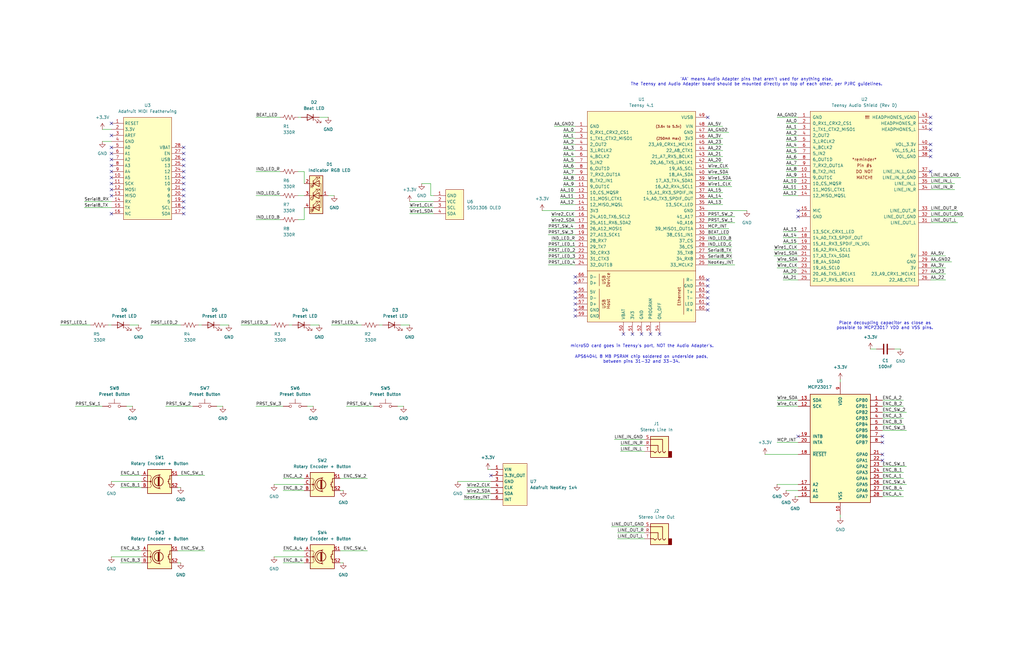
<source format=kicad_sch>
(kicad_sch (version 20250114) (generator "eeschema") (generator_version "9.0")
  (paper "B")
  (title_block (title "MicroLoop") (rev "Rev A"))
  (lib_symbols
    (symbol "Connector_Audio:AudioJack3"
      (property "Reference" "J" (at 0 8.89 0))
      (property "Value" "AudioJack3" (at 0 6.35 0))
      (symbol "AudioJack3_1_1"
        (pin passive line (at 5.08 2.54 180) (length 2.54) (name "~") (number "S"))
        (pin passive line (at 5.08 0 180) (length 2.54) (name "~") (number "R"))
        (pin passive line (at 5.08 -2.54 180) (length 2.54) (name "~") (number "T"))
      )
    )
    (symbol "Device:C" (pin_numbers (hide yes)) (pin_names (offset 0.254))
      (property "Reference" "C" (at 0.635 2.54 0))
      (property "Value" "C" (at 0.635 -2.54 0))
      (symbol "C_1_1"
        (pin passive line (at 0 3.81 270) (length 2.794) (name "~") (number "1"))
        (pin passive line (at 0 -3.81 90) (length 2.794) (name "~") (number "2"))
      )
    )
    (symbol "Device:LED" (pin_numbers (hide yes)) (pin_names (offset 1.016) (hide yes))
      (property "Reference" "D" (at 0 2.54 0))
      (property "Value" "LED" (at 0 -2.54 0))
      (symbol "LED_1_1"
        (pin passive line (at -3.81 0 0) (length 2.54) (name "K") (number "1"))
        (pin passive line (at 3.81 0 180) (length 2.54) (name "A") (number "2"))
      )
    )
    (symbol "Device:LED_ARGB" (pin_names (offset 0) (hide yes))
      (property "Reference" "D" (at 0 9.398 0))
      (property "Value" "LED_ARGB" (at 0 -8.89 0))
      (symbol "LED_ARGB_0_0"
        (text "R" (at -1.905 3.81 0) (effects (font (size 1.27 1.27))))
        (text "G" (at -1.905 -1.27 0) (effects (font (size 1.27 1.27))))
        (text "B" (at -1.905 -6.35 0) (effects (font (size 1.27 1.27))))
      )
      (symbol "LED_ARGB_1_1"
        (pin passive line (at -5.08 5.08 0) (length 2.54) (name "RK") (number "2"))
        (pin passive line (at -5.08 0 0) (length 2.54) (name "GK") (number "3"))
        (pin passive line (at -5.08 -5.08 0) (length 2.54) (name "BK") (number "4"))
        (pin passive line (at 5.08 0 180) (length 2.54) (name "A") (number "1"))
      )
    )
    (symbol "Device:R_US" (pin_numbers (hide yes)) (pin_names (offset 0))
      (property "Reference" "R" (at 2.54 0 90))
      (property "Value" "R_US" (at -2.54 0 90))
      (symbol "R_US_1_1"
        (pin passive line (at 0 3.81 270) (length 1.27) (name "~") (number "1"))
        (pin passive line (at 0 -3.81 90) (length 1.27) (name "~") (number "2"))
      )
    )
    (symbol "Device:RotaryEncoder_Switch" (pin_names (offset 0.254) (hide yes))
      (property "Reference" "SW" (at 0 6.604 0))
      (property "Value" "RotaryEncoder_Switch" (at 0 -6.604 0))
      (symbol "RotaryEncoder_Switch_1_1"
        (pin passive line (at -7.62 2.54 0) (length 2.54) (name "A") (number "A"))
        (pin passive line (at -7.62 0 0) (length 2.54) (name "C") (number "C"))
        (pin passive line (at -7.62 -2.54 0) (length 2.54) (name "B") (number "B"))
        (pin passive line (at 7.62 2.54 180) (length 2.54) (name "S1") (number "S1"))
        (pin passive line (at 7.62 -2.54 180) (length 2.54) (name "S2") (number "S2"))
      )
    )
    (symbol "Interface_Expansion:MCP23017_SO" (pin_names (offset 1.016))
      (property "Reference" "U5" (at -9.906 27.432 0))
      (property "Value" "MCP23017_SO" (at -9.906 24.892 0))
      (symbol "MCP23017_SO_1_1"
        (pin bidirectional line (at -17.78 20.32 0) (length 5.08) (name "SDA") (number "13"))
        (pin input line (at -17.78 17.78 0) (length 5.08) (name "SCK") (number "12"))
        (pin tri_state line (at -17.78 5.08 0) (length 5.08) (name "INTB") (number "19"))
        (pin tri_state line (at -17.78 2.54 0) (length 5.08) (name "INTA") (number "20"))
        (pin input line (at -17.78 -2.54 0) (length 5.08) (name "~{RESET}") (number "18"))
        (pin input line (at -17.78 -15.24 0) (length 5.08) (name "A2") (number "17"))
        (pin input line (at -17.78 -17.78 0) (length 5.08) (name "A1") (number "16"))
        (pin input line (at -17.78 -20.32 0) (length 5.08) (name "A0") (number "15"))
        (pin no_connect line (at -12.7 15.24 0) (length 5.08) (hide yes) (name "NC") (number "11"))
        (pin no_connect line (at -12.7 12.7 0) (length 5.08) (hide yes) (name "NC") (number "14"))
        (pin power_in line (at 0 27.94 270) (length 5.08) (name "VDD") (number "9"))
        (pin power_in line (at 0 -27.94 90) (length 5.08) (name "VSS") (number "10"))
        (pin bidirectional line (at 17.78 20.32 180) (length 5.08) (name "GPB0") (number "1"))
        (pin bidirectional line (at 17.78 17.78 180) (length 5.08) (name "GPB1") (number "2"))
        (pin bidirectional line (at 17.78 15.24 180) (length 5.08) (name "GPB2") (number "3"))
        (pin bidirectional line (at 17.78 12.7 180) (length 5.08) (name "GPB3") (number "4"))
        (pin bidirectional line (at 17.78 10.16 180) (length 5.08) (name "GPB4") (number "5"))
        (pin bidirectional line (at 17.78 7.62 180) (length 5.08) (name "GPB5") (number "6"))
        (pin bidirectional line (at 17.78 5.08 180) (length 5.08) (name "GPB6") (number "7"))
        (pin output line (at 17.78 2.54 180) (length 5.08) (name "GPB7") (number "8"))
        (pin bidirectional line (at 17.78 -2.54 180) (length 5.08) (name "GPA0") (number "21"))
        (pin bidirectional line (at 17.78 -5.08 180) (length 5.08) (name "GPA1") (number "22"))
        (pin bidirectional line (at 17.78 -7.62 180) (length 5.08) (name "GPA2") (number "23"))
        (pin bidirectional line (at 17.78 -10.16 180) (length 5.08) (name "GPA3") (number "24"))
        (pin bidirectional line (at 17.78 -12.7 180) (length 5.08) (name "GPA4") (number "25"))
        (pin bidirectional line (at 17.78 -15.24 180) (length 5.08) (name "GPA5") (number "26"))
        (pin bidirectional line (at 17.78 -17.78 180) (length 5.08) (name "GPA6") (number "27"))
        (pin output line (at 17.78 -20.32 180) (length 5.08) (name "GPA7") (number "28"))
      )
    )
    (symbol "Switch:SW_Push" (pin_numbers (hide yes)) (pin_names (offset 1.016) (hide yes))
      (property "Reference" "SW" (at 1.27 2.54 0))
      (property "Value" "SW_Push" (at 0 -1.524 0))
      (symbol "SW_Push_0_1"
        (pin passive line (at -5.08 0 0) (length 2.54) (name "1") (number "1"))
        (pin passive line (at 5.08 0 180) (length 2.54) (name "2") (number "2"))
      )
    )
    (symbol "microloop_symbols:Teensy4.0_AudioShield_REVD" (pin_names (offset 1.016))
      (property "Reference" "U" (at 0 42.926 0))
      (property "Value" "Teensy Audio Shield (Rev D)" (at 0 39.624 0))
      (symbol "Teensy4.0_AudioShield_REVD_0_0"
        (text "*reminder*" (at 0 16.51 0) (effects (font (size 1.27 1.27))))
        (text "Pin #s" (at 0 13.97 0) (effects (font (size 1.27 1.27))))
        (text "DO NOT" (at 0 11.43 0) (effects (font (size 1.27 1.27))))
        (text "MATCH!" (at 0 8.89 0) (effects (font (size 1.27 1.27))))
        (text "!!!" (at 1.27 34.29 0) (effects (font (size 1.27 1.27))))
        (pin bidirectional line (at -27.94 24.13 0) (length 5.08) (name "3_LRCLK2") (number "5"))
        (pin bidirectional line (at -27.94 21.59 0) (length 5.08) (name "4_BCLK2") (number "6"))
        (pin bidirectional line (at -27.94 19.05 0) (length 5.08) (name "5_IN2") (number "7"))
        (pin bidirectional line (at -27.94 16.51 0) (length 5.08) (name "6_OUT1D") (number "8"))
        (pin bidirectional line (at -27.94 13.97 0) (length 5.08) (name "7_RX2_OUT1A") (number "9"))
        (pin bidirectional line (at -27.94 11.43 0) (length 5.08) (name "8_TX2_IN1") (number "10"))
        (pin bidirectional line (at -27.94 8.89 0) (length 5.08) (name "9_OUT1C") (number "11"))
        (pin bidirectional line (at -27.94 6.35 0) (length 5.08) (name "10_CS_MQSR") (number "12"))
        (pin bidirectional line (at -27.94 3.81 0) (length 5.08) (name "11_MOSI_CTX1") (number "13"))
        (pin bidirectional line (at -27.94 1.27 0) (length 5.08) (name "12_MISO_MQSL") (number "14"))
        (pin bidirectional line (at -27.94 -5.08 0) (length 5.08) (name "MIC") (number "15"))
        (pin power_in line (at -27.94 -7.62 0) (length 5.08) (name "GND") (number "16"))
        (pin bidirectional line (at -27.94 -13.97 0) (length 5.08) (name "13_SCK_CRX1_LED") (number "17"))
        (pin bidirectional line (at -27.94 -16.51 0) (length 5.08) (name "14_A0_TX3_SPDIF_OUT") (number "18"))
        (pin bidirectional line (at -27.94 -19.05 0) (length 5.08) (name "15_A1_RX3_SPDIF_IN_VOL") (number "19"))
        (pin bidirectional line (at -27.94 -21.59 0) (length 5.08) (name "16_A2_RX4_SCL1") (number "20"))
        (pin bidirectional line (at -27.94 -24.13 0) (length 5.08) (name "17_A3_TX4_SDA1") (number "21"))
        (pin bidirectional line (at -27.94 -26.67 0) (length 5.08) (name "18_A4_SDA0") (number "22"))
        (pin bidirectional line (at -27.94 -29.21 0) (length 5.08) (name "19_A5_SCL0") (number "23"))
        (pin bidirectional line (at -27.94 -31.75 0) (length 5.08) (name "20_A6_TX5_LRCLK1") (number "24"))
        (pin bidirectional line (at -27.94 -34.29 0) (length 5.08) (name "21_A7_RX5_BCLK1") (number "25"))
        (pin power_in line (at 27.94 34.29 180) (length 5.08) (name "HEADPHONES_VGND") (number "43"))
        (pin bidirectional line (at 27.94 31.75 180) (length 5.08) (name "HEADPHONES_R") (number "42"))
        (pin bidirectional line (at 27.94 29.21 180) (length 5.08) (name "HEADPHONES_L") (number "41"))
        (pin bidirectional line (at 27.94 22.86 180) (length 5.08) (name "VOL_3.3V") (number "40"))
        (pin bidirectional line (at 27.94 20.32 180) (length 5.08) (name "VOL_15_A1") (number "39"))
        (pin bidirectional line (at 27.94 17.78 180) (length 5.08) (name "VOL_GND") (number "38"))
        (pin power_in line (at 27.94 11.43 180) (length 5.08) (name "LINE_IN_L_GND") (number "37"))
        (pin power_in line (at 27.94 8.89 180) (length 5.08) (name "LINE_IN_R_GND") (number "36"))
        (pin bidirectional line (at 27.94 6.35 180) (length 5.08) (name "LINE_IN_L") (number "35"))
        (pin bidirectional line (at 27.94 3.81 180) (length 5.08) (name "LINE_IN_R") (number "34"))
        (pin bidirectional line (at 27.94 -5.08 180) (length 5.08) (name "LINE_OUT_R") (number "33"))
        (pin power_in line (at 27.94 -7.62 180) (length 5.08) (name "LINE_OUT_GND") (number "32"))
        (pin bidirectional line (at 27.94 -10.16 180) (length 5.08) (name "LINE_OUT_L") (number "31"))
        (pin power_out line (at 27.94 -24.13 180) (length 5.08) (name "5V") (number "30"))
        (pin power_in line (at 27.94 -26.67 180) (length 5.08) (name "GND") (number "29"))
        (pin power_out line (at 27.94 -29.21 180) (length 5.08) (name "3V") (number "28"))
        (pin bidirectional line (at 27.94 -31.75 180) (length 5.08) (name "23_A9_CRX1_MCLK1") (number "27"))
        (pin bidirectional line (at 27.94 -34.29 180) (length 5.08) (name "22_A8_CTX1") (number "26"))
      )
      (symbol "Teensy4.0_AudioShield_REVD_1_1"
        (pin power_in line (at -27.94 34.29 0) (length 5.08) (name "GND") (number "1"))
        (pin bidirectional line (at -27.94 31.75 0) (length 5.08) (name "0_RX1_CRX2_CS1") (number "2"))
        (pin bidirectional line (at -27.94 29.21 0) (length 5.08) (name "1_TX1_CTX2_MISO1") (number "3"))
        (pin bidirectional line (at -27.94 26.67 0) (length 5.08) (name "2_OUT2") (number "4"))
      )
    )
    (symbol "microloop_symbols:Teensy4.1" (pin_names (offset 1.016))
      (property "Reference" "U" (at 0 64.77 0))
      (property "Value" "Teensy 4.1" (at 0 62.23 0))
      (symbol "Teensy4.1_0_0"
        (text "USB" (at -15.875 -10.16 900) (effects (font (size 1.27 1.27))))
        (text "USB" (at -15.875 -20.32 900) (effects (font (size 1.27 1.27))))
        (text "Device" (at -13.97 -10.16 900) (effects (font (size 1.27 1.27))))
        (text "Host" (at -13.97 -20.32 900) (effects (font (size 1.27 1.27))))
        (text "(3.6v to 5.5v)" (at 11.43 54.61 0) (effects (font (size 1.016 1.016))))
        (text "(250mA max)" (at 11.43 49.53 0) (effects (font (size 1.016 1.016))))
        (text "Ethernet" (at 15.875 -17.145 900) (effects (font (size 1.27 1.27))))
        (pin bidirectional line (at -27.94 44.45 0) (length 5.08) (name "3_LRCLK2") (number "5"))
        (pin bidirectional line (at -27.94 41.91 0) (length 5.08) (name "4_BCLK2") (number "6"))
        (pin bidirectional line (at -27.94 39.37 0) (length 5.08) (name "5_IN2") (number "7"))
        (pin bidirectional line (at -27.94 36.83 0) (length 5.08) (name "6_OUT1D") (number "8"))
        (pin bidirectional line (at -27.94 34.29 0) (length 5.08) (name "7_RX2_OUT1A") (number "9"))
        (pin bidirectional line (at -27.94 31.75 0) (length 5.08) (name "8_TX2_IN1") (number "10"))
        (pin bidirectional line (at -27.94 29.21 0) (length 5.08) (name "9_OUT1C") (number "11"))
        (pin bidirectional line (at -27.94 26.67 0) (length 5.08) (name "10_CS_MQSR") (number "12"))
        (pin bidirectional line (at -27.94 24.13 0) (length 5.08) (name "11_MOSI_CTX1") (number "13"))
        (pin bidirectional line (at -27.94 21.59 0) (length 5.08) (name "12_MISO_MQSL") (number "14"))
        (pin power_in line (at -27.94 19.05 0) (length 5.08) (name "3V3") (number "15"))
        (pin bidirectional line (at -27.94 16.51 0) (length 5.08) (name "24_A10_TX6_SCL2") (number "16"))
        (pin bidirectional line (at -27.94 13.97 0) (length 5.08) (name "25_A11_RX6_SDA2") (number "17"))
        (pin bidirectional line (at -27.94 11.43 0) (length 5.08) (name "26_A12_MOSI1") (number "18"))
        (pin bidirectional line (at -27.94 8.89 0) (length 5.08) (name "27_A13_SCK1") (number "19"))
        (pin bidirectional line (at -27.94 6.35 0) (length 5.08) (name "28_RX7") (number "20"))
        (pin bidirectional line (at -27.94 3.81 0) (length 5.08) (name "29_TX7") (number "21"))
        (pin bidirectional line (at -27.94 1.27 0) (length 5.08) (name "30_CRX3") (number "22"))
        (pin bidirectional line (at -27.94 -1.27 0) (length 5.08) (name "31_CTX3") (number "23"))
        (pin bidirectional line (at -27.94 -3.81 0) (length 5.08) (name "32_OUT1B") (number "24"))
        (pin bidirectional line (at -27.94 -8.89 0) (length 5.08) (name "D-") (number "66"))
        (pin bidirectional line (at -27.94 -11.43 0) (length 5.08) (name "D+") (number "67"))
        (pin power_out line (at -27.94 -15.24 0) (length 5.08) (name "5V") (number "55"))
        (pin bidirectional line (at -27.94 -17.78 0) (length 5.08) (name "D-") (number "56"))
        (pin bidirectional line (at -27.94 -20.32 0) (length 5.08) (name "D+") (number "57"))
        (pin power_in line (at -27.94 -22.86 0) (length 5.08) (name "GND") (number "58"))
        (pin power_in line (at -27.94 -25.4 0) (length 5.08) (name "GND") (number "59"))
        (pin power_in line (at -7.62 -33.02 90) (length 5.08) (name "VBAT") (number "50"))
        (pin power_in line (at -3.81 -33.02 90) (length 5.08) (name "3V3") (number "51"))
        (pin input line (at 0 -33.02 90) (length 5.08) (name "GND") (number "52"))
        (pin input line (at 3.81 -33.02 90) (length 5.08) (name "PROGRAM") (number "53"))
        (pin input line (at 7.62 -33.02 90) (length 5.08) (name "ON_OFF") (number "54"))
        (pin power_out line (at 27.94 58.42 180) (length 5.08) (name "VUSB") (number "49"))
        (pin power_in line (at 27.94 54.61 180) (length 5.08) (name "VIN") (number "48"))
        (pin output line (at 27.94 52.07 180) (length 5.08) (name "GND") (number "47"))
        (pin output line (at 27.94 49.53 180) (length 5.08) (name "3V3") (number "46"))
        (pin bidirectional line (at 27.94 46.99 180) (length 5.08) (name "23_A9_CRX1_MCLK1") (number "45"))
        (pin bidirectional line (at 27.94 44.45 180) (length 5.08) (name "22_A8_CTX1") (number "44"))
        (pin bidirectional line (at 27.94 41.91 180) (length 5.08) (name "21_A7_RX5_BCLK1") (number "43"))
        (pin bidirectional line (at 27.94 39.37 180) (length 5.08) (name "20_A6_TX5_LRCLK1") (number "42"))
        (pin bidirectional line (at 27.94 36.83 180) (length 5.08) (name "19_A5_SCL") (number "41"))
        (pin bidirectional line (at 27.94 34.29 180) (length 5.08) (name "18_A4_SDA") (number "40"))
        (pin bidirectional line (at 27.94 31.75 180) (length 5.08) (name "17_A3_TX4_SDA1") (number "39"))
        (pin bidirectional line (at 27.94 29.21 180) (length 5.08) (name "16_A2_RX4_SCL1") (number "38"))
        (pin bidirectional line (at 27.94 26.67 180) (length 5.08) (name "15_A1_RX3_SPDIF_IN") (number "37"))
        (pin bidirectional line (at 27.94 24.13 180) (length 5.08) (name "14_A0_TX3_SPDIF_OUT") (number "36"))
        (pin bidirectional line (at 27.94 21.59 180) (length 5.08) (name "13_SCK_LED") (number "35"))
        (pin bidirectional line (at 27.94 16.51 180) (length 5.08) (name "41_A17") (number "33"))
        (pin bidirectional line (at 27.94 13.97 180) (length 5.08) (name "40_A16") (number "32"))
        (pin bidirectional line (at 27.94 11.43 180) (length 5.08) (name "39_MISO1_OUT1A") (number "31"))
        (pin bidirectional line (at 27.94 8.89 180) (length 5.08) (name "38_CS1_IN1") (number "30"))
        (pin bidirectional line (at 27.94 6.35 180) (length 5.08) (name "37_CS") (number "29"))
        (pin bidirectional line (at 27.94 3.81 180) (length 5.08) (name "36_CS") (number "28"))
        (pin bidirectional line (at 27.94 1.27 180) (length 5.08) (name "35_TX8") (number "27"))
        (pin bidirectional line (at 27.94 -1.27 180) (length 5.08) (name "34_RX8") (number "26"))
        (pin bidirectional line (at 27.94 -3.81 180) (length 5.08) (name "33_MCLK2") (number "25"))
        (pin bidirectional line (at 27.94 -10.16 180) (length 5.08) (name "R-") (number "65"))
        (pin power_in line (at 27.94 -12.7 180) (length 5.08) (name "GND") (number "64"))
        (pin bidirectional line (at 27.94 -15.24 180) (length 5.08) (name "T+") (number "63"))
        (pin bidirectional line (at 27.94 -17.78 180) (length 5.08) (name "T-") (number "62"))
        (pin bidirectional line (at 27.94 -20.32 180) (length 5.08) (name "LED") (number "61"))
        (pin bidirectional line (at 27.94 -22.86 180) (length 5.08) (name "R+") (number "60"))
      )
      (symbol "Teensy4.1_1_1"
        (pin power_in line (at -27.94 54.61 0) (length 5.08) (name "GND") (number "1"))
        (pin bidirectional line (at -27.94 52.07 0) (length 5.08) (name "0_RX1_CRX2_CS1") (number "2"))
        (pin bidirectional line (at -27.94 49.53 0) (length 5.08) (name "1_TX1_CTX2_MISO1") (number "3"))
        (pin bidirectional line (at -27.94 46.99 0) (length 5.08) (name "2_OUT2") (number "4"))
        (pin power_in line (at 27.94 19.05 180) (length 5.08) (name "GND") (number "34"))
      )
    )
    (symbol "microloop_symbols:midi"
      (property "Reference" "U3" (at 0 3.81 0))
      (property "Value" "Adafruit MIDI Featherwing" (at 0 1.27 0))
      (symbol "midi_0_0"
        (pin passive line (at -15.24 -3.81 0) (length 5.08) (name "RESET") (number "1"))
        (pin passive line (at -15.24 -6.35 0) (length 5.08) (name "3.3V") (number "2"))
        (pin passive line (at -15.24 -8.89 0) (length 5.08) (name "AREF") (number "3"))
        (pin passive line (at -15.24 -11.43 0) (length 5.08) (name "GND") (number "4"))
        (pin passive line (at -15.24 -13.97 0) (length 5.08) (name "A0") (number "5"))
        (pin passive line (at -15.24 -16.51 0) (length 5.08) (name "A1") (number "6"))
        (pin passive line (at -15.24 -19.05 0) (length 5.08) (name "A2") (number "7"))
        (pin passive line (at -15.24 -21.59 0) (length 5.08) (name "A3") (number "8"))
        (pin passive line (at -15.24 -24.13 0) (length 5.08) (name "A4") (number "9"))
        (pin passive line (at -15.24 -26.67 0) (length 5.08) (name "A5") (number "10"))
        (pin passive line (at -15.24 -29.21 0) (length 5.08) (name "SCK") (number "11"))
        (pin passive line (at -15.24 -31.75 0) (length 5.08) (name "MOSI") (number "12"))
        (pin passive line (at -15.24 -34.29 0) (length 5.08) (name "MISO") (number "13"))
        (pin passive line (at -15.24 -36.83 0) (length 5.08) (name "RX") (number "14"))
        (pin passive line (at -15.24 -39.37 0) (length 5.08) (name "TX") (number "15"))
        (pin passive line (at -15.24 -41.91 0) (length 5.08) (name "NC") (number "16"))
        (pin passive line (at 15.24 -13.97 180) (length 5.08) (name "VBAT") (number "28"))
        (pin passive line (at 15.24 -16.51 180) (length 5.08) (name "EN") (number "27"))
        (pin passive line (at 15.24 -19.05 180) (length 5.08) (name "USB") (number "26"))
        (pin passive line (at 15.24 -21.59 180) (length 5.08) (name "13") (number "25"))
        (pin passive line (at 15.24 -24.13 180) (length 5.08) (name "12") (number "24"))
        (pin passive line (at 15.24 -26.67 180) (length 5.08) (name "11") (number "23"))
        (pin passive line (at 15.24 -29.21 180) (length 5.08) (name "10") (number "22"))
        (pin passive line (at 15.24 -31.75 180) (length 5.08) (name "9") (number "21"))
        (pin passive line (at 15.24 -34.29 180) (length 5.08) (name "6") (number "20"))
        (pin passive line (at 15.24 -36.83 180) (length 5.08) (name "5") (number "19"))
        (pin passive line (at 15.24 -39.37 180) (length 5.08) (name "SCL") (number "18"))
        (pin passive line (at 15.24 -41.91 180) (length 5.08) (name "SDA") (number "17"))
      )
    )
    (symbol "microloop_symbols:oled"
      (property "Reference" "U6" (at 5.08 -6.3499 0))
      (property "Value" "SSD1306 OLED" (at 5.08 -8.8899 0))
      (symbol "oled_0_0"
        (pin passive line (at -8.89 -3.81 0) (length 5.08) (name "GND") (number "1"))
        (pin passive line (at -8.89 -6.35 0) (length 5.08) (name "VCC") (number "2"))
        (pin passive line (at -8.89 -8.89 0) (length 5.08) (name "SCL") (number "3"))
        (pin passive line (at -8.89 -11.43 0) (length 5.08) (name "SDA") (number "4"))
      )
    )
    (symbol "neokey_1"
      (property "Reference" "U7" (at 6.35 -8.8899 0))
      (property "Value" "Adafruit NeoKey 1x4" (at 6.35 -11.4299 0))
      (symbol "neokey_1_0_0"
        (pin passive line (at -10.16 -3.81 0) (length 5.08) (name "VIN") (number "1"))
        (pin passive line (at -10.16 -6.35 0) (length 5.08) (name "3.3V_OUT") (number "2"))
        (pin passive line (at -10.16 -8.89 0) (length 5.08) (name "GND") (number "3"))
        (pin passive line (at -10.16 -11.43 0) (length 5.08) (name "CLK") (number "4"))
        (pin passive line (at -10.16 -13.97 0) (length 5.08) (name "SDA") (number "5"))
        (pin passive line (at -10.16 -16.51 0) (length 5.08) (name "INT") (number "6"))
      )
    )
    (symbol "power:+3.3V" (power) (pin_numbers (hide yes)) (pin_names (offset 0) (hide yes))
      (property "Value" "+3.3V" (at 0 3.556 0))
      (symbol "+3.3V_1_1"
        (pin power_in line (at 0 0 90) (length 0) (name "~") (number "1"))
      )
    )
    (symbol "power:GND" (power) (pin_numbers (hide yes)) (pin_names (offset 0) (hide yes))
      (property "Value" "GND" (at 0 -3.81 0))
      (symbol "GND_1_1"
        (pin power_in line (at 0 0 270) (length 0) (name "~") (number "1"))
      )
    )
  )
  (text "Place decoupling capacitor as close as\npossible to MCP23017 VDD and VSS pins." (at 373.126 137.414 0) (effects (font (size 1.27 1.27))))
  (text "'AA' means Audio Adapter pins that aren't used for anything else.\nThe Teensy and Audio Adapter board should be mounted directly on top of each other, per PJRC guidelines." (at 319.024 34.544 0) (effects (font (size 1.27 1.27))))
  (text "microSD card goes in Teensy's port, NOT the Audio Adapter's." (at 270.764 146.05 0) (effects (font (size 1.27 1.27))))
  (text "APS6404L 8 MB PSRAM chip soldered on underside pads,\nbetween pins 31-32 and 33-34." (at 270.51 151.638 0) (effects (font (size 1.27 1.27))))
  (no_connect (at 262.89 140.97))
  (no_connect (at 207.01 200.66))
  (no_connect (at 242.57 116.84))
  (no_connect (at 46.99 80.01))
  (no_connect (at 77.47 77.47))
  (no_connect (at 298.45 120.65))
  (no_connect (at 242.57 125.73))
  (no_connect (at 242.57 123.19))
  (no_connect (at 392.43 66.04))
  (no_connect (at 392.43 49.53))
  (no_connect (at 392.43 52.07))
  (no_connect (at 298.45 123.19))
  (no_connect (at 77.47 62.23))
  (no_connect (at 336.55 184.15))
  (no_connect (at 77.47 90.17))
  (no_connect (at 372.11 184.15))
  (no_connect (at 46.99 72.39))
  (no_connect (at 46.99 90.17))
  (no_connect (at 298.45 125.73))
  (no_connect (at 242.57 130.81))
  (no_connect (at 242.57 128.27))
  (no_connect (at 46.99 52.07))
  (no_connect (at 46.99 69.85))
  (no_connect (at 336.55 91.44))
  (no_connect (at 77.47 72.39))
  (no_connect (at 372.11 194.31))
  (no_connect (at 372.11 191.77))
  (no_connect (at 274.32 140.97))
  (no_connect (at 77.47 69.85))
  (no_connect (at 77.47 85.09))
  (no_connect (at 46.99 77.47))
  (no_connect (at 46.99 64.77))
  (no_connect (at 392.43 54.61))
  (no_connect (at 77.47 67.31))
  (no_connect (at 298.45 118.11))
  (no_connect (at 77.47 64.77))
  (no_connect (at 46.99 67.31))
  (no_connect (at 392.43 72.39))
  (no_connect (at 242.57 133.35))
  (no_connect (at 46.99 57.15))
  (no_connect (at 266.7 140.97))
  (no_connect (at 77.47 80.01))
  (no_connect (at 336.55 88.9))
  (no_connect (at 46.99 82.55))
  (no_connect (at 46.99 74.93))
  (no_connect (at 77.47 82.55))
  (no_connect (at 298.45 128.27))
  (no_connect (at 77.47 87.63))
  (no_connect (at 270.51 140.97))
  (no_connect (at 278.13 140.97))
  (no_connect (at 46.99 62.23))
  (no_connect (at 242.57 119.38))
  (no_connect (at 298.45 49.53))
  (no_connect (at 372.11 186.69))
  (no_connect (at 392.43 60.96))
  (no_connect (at 392.43 63.5))
  (no_connect (at 77.47 74.93))
  (no_connect (at 298.45 130.81))
  (wire (pts (xy 330.2 118.11) (xy 336.55 118.11)))
  (wire (pts (xy 298.45 86.36) (xy 304.8 86.36)))
  (wire (pts (xy 327.66 49.53) (xy 336.55 49.53)))
  (wire (pts (xy 35.56 87.63) (xy 46.99 87.63)))
  (wire (pts (xy 372.11 168.91) (xy 381 168.91)))
  (wire (pts (xy 237.49 68.58) (xy 242.57 68.58)))
  (wire (pts (xy 181.61 77.47) (xy 181.61 82.55)))
  (wire (pts (xy 372.11 179.07) (xy 381 179.07)))
  (wire (pts (xy 107.95 171.45) (xy 119.38 171.45)))
  (wire (pts (xy 298.45 96.52) (xy 307.34 96.52)))
  (wire (pts (xy 107.95 72.39) (xy 118.11 72.39)))
  (wire (pts (xy 232.41 93.98) (xy 242.57 93.98)))
  (wire (pts (xy 231.14 96.52) (xy 242.57 96.52)))
  (wire (pts (xy 298.45 104.14) (xy 308.61 104.14)))
  (wire (pts (xy 331.47 57.15) (xy 336.55 57.15)))
  (wire (pts (xy 50.8 200.66) (xy 59.69 200.66)))
  (wire (pts (xy 115.57 204.47) (xy 128.27 204.47)))
  (wire (pts (xy 298.45 60.96) (xy 304.8 60.96)))
  (wire (pts (xy 298.45 83.82) (xy 304.8 83.82)))
  (wire (pts (xy 392.43 93.98) (xy 403.86 93.98)))
  (wire (pts (xy 331.47 207.01) (xy 336.55 207.01)))
  (wire (pts (xy 195.58 210.82) (xy 207.01 210.82)))
  (wire (pts (xy 330.2 115.57) (xy 336.55 115.57)))
  (wire (pts (xy 107.95 82.55) (xy 118.11 82.55)))
  (wire (pts (xy 327.66 113.03) (xy 336.55 113.03)))
  (wire (pts (xy 298.45 63.5) (xy 304.8 63.5)))
  (wire (pts (xy 372.11 209.55) (xy 381 209.55)))
  (wire (pts (xy 237.49 71.12) (xy 242.57 71.12)))
  (wire (pts (xy 379.73 147.32) (xy 377.19 147.32)))
  (wire (pts (xy 139.7 137.16) (xy 152.4 137.16)))
  (wire (pts (xy 298.45 91.44) (xy 309.88 91.44)))
  (wire (pts (xy 96.52 137.16) (xy 92.71 137.16)))
  (wire (pts (xy 237.49 60.96) (xy 242.57 60.96)))
  (wire (pts (xy 298.45 58.42) (xy 304.8 58.42)))
  (wire (pts (xy 172.72 90.17) (xy 182.88 90.17)))
  (wire (pts (xy 172.72 87.63) (xy 182.88 87.63)))
  (wire (pts (xy 196.85 208.28) (xy 207.01 208.28)))
  (wire (pts (xy 93.98 171.45) (xy 91.44 171.45)))
  (wire (pts (xy 369.57 147.32) (xy 367.03 147.32)))
  (wire (pts (xy 132.08 171.45) (xy 129.54 171.45)))
  (wire (pts (xy 46.99 234.95) (xy 59.69 234.95)))
  (wire (pts (xy 298.45 78.74) (xy 308.61 78.74)))
  (wire (pts (xy 25.4 137.16) (xy 38.1 137.16)))
  (wire (pts (xy 237.49 73.66) (xy 242.57 73.66)))
  (wire (pts (xy 31.75 171.45) (xy 43.18 171.45)))
  (wire (pts (xy 46.99 203.2) (xy 59.69 203.2)))
  (wire (pts (xy 134.62 137.16) (xy 130.81 137.16)))
  (wire (pts (xy 327.66 110.49) (xy 336.55 110.49)))
  (wire (pts (xy 335.28 209.55) (xy 336.55 209.55)))
  (wire (pts (xy 43.18 54.61) (xy 46.99 54.61)))
  (wire (pts (xy 331.47 69.85) (xy 336.55 69.85)))
  (wire (pts (xy 58.42 137.16) (xy 54.61 137.16)))
  (wire (pts (xy 231.14 106.68) (xy 242.57 106.68)))
  (wire (pts (xy 50.8 232.41) (xy 59.69 232.41)))
  (wire (pts (xy 232.41 91.44) (xy 242.57 91.44)))
  (wire (pts (xy 181.61 82.55) (xy 182.88 82.55)))
  (wire (pts (xy 354.33 160.02) (xy 354.33 161.29)))
  (wire (pts (xy 327.66 171.45) (xy 336.55 171.45)))
  (wire (pts (xy 50.8 237.49) (xy 59.69 237.49)))
  (wire (pts (xy 298.45 81.28) (xy 304.8 81.28)))
  (wire (pts (xy 298.45 99.06) (xy 307.34 99.06)))
  (wire (pts (xy 298.45 66.04) (xy 304.8 66.04)))
  (wire (pts (xy 331.47 64.77) (xy 336.55 64.77)))
  (wire (pts (xy 298.45 88.9) (xy 314.96 88.9)))
  (wire (pts (xy 231.14 111.76) (xy 242.57 111.76)))
  (wire (pts (xy 330.2 77.47) (xy 336.55 77.47)))
  (wire (pts (xy 143.51 237.49) (xy 144.78 237.49)))
  (wire (pts (xy 128.27 92.71) (xy 128.27 87.63)))
  (wire (pts (xy 257.81 222.25) (xy 271.78 222.25)))
  (wire (pts (xy 298.45 106.68) (xy 308.61 106.68)))
  (wire (pts (xy 237.49 76.2) (xy 242.57 76.2)))
  (wire (pts (xy 330.2 82.55) (xy 336.55 82.55)))
  (wire (pts (xy 63.5 137.16) (xy 76.2 137.16)))
  (wire (pts (xy 298.45 53.34) (xy 304.8 53.34)))
  (wire (pts (xy 331.47 67.31) (xy 336.55 67.31)))
  (wire (pts (xy 298.45 111.76) (xy 309.88 111.76)))
  (wire (pts (xy 392.43 88.9) (xy 403.86 88.9)))
  (wire (pts (xy 298.45 73.66) (xy 307.34 73.66)))
  (wire (pts (xy 326.39 105.41) (xy 336.55 105.41)))
  (wire (pts (xy 331.47 62.23) (xy 336.55 62.23)))
  (wire (pts (xy 35.56 85.09) (xy 46.99 85.09)))
  (wire (pts (xy 172.72 137.16) (xy 168.91 137.16)))
  (wire (pts (xy 196.85 205.74) (xy 207.01 205.74)))
  (wire (pts (xy 237.49 66.04) (xy 242.57 66.04)))
  (wire (pts (xy 125.73 92.71) (xy 128.27 92.71)))
  (wire (pts (xy 119.38 201.93) (xy 128.27 201.93)))
  (wire (pts (xy 330.2 102.87) (xy 336.55 102.87)))
  (wire (pts (xy 298.45 101.6) (xy 308.61 101.6)))
  (wire (pts (xy 330.2 80.01) (xy 336.55 80.01)))
  (wire (pts (xy 232.41 101.6) (xy 242.57 101.6)))
  (wire (pts (xy 233.68 53.34) (xy 242.57 53.34)))
  (wire (pts (xy 298.45 93.98) (xy 309.88 93.98)))
  (wire (pts (xy 146.05 171.45) (xy 157.48 171.45)))
  (wire (pts (xy 372.11 204.47) (xy 382.27 204.47)))
  (wire (pts (xy 330.2 97.79) (xy 336.55 97.79)))
  (wire (pts (xy 228.6 88.9) (xy 242.57 88.9)))
  (wire (pts (xy 392.43 77.47) (xy 402.59 77.47)))
  (wire (pts (xy 331.47 54.61) (xy 336.55 54.61)))
  (wire (pts (xy 322.58 191.77) (xy 336.55 191.77)))
  (wire (pts (xy 372.11 207.01) (xy 381 207.01)))
  (wire (pts (xy 237.49 78.74) (xy 242.57 78.74)))
  (wire (pts (xy 372.11 181.61) (xy 382.27 181.61)))
  (wire (pts (xy 260.35 227.33) (xy 271.78 227.33)))
  (wire (pts (xy 236.22 86.36) (xy 242.57 86.36)))
  (wire (pts (xy 372.11 176.53) (xy 381 176.53)))
  (wire (pts (xy 261.62 190.5) (xy 271.78 190.5)))
  (wire (pts (xy 372.11 173.99) (xy 382.27 173.99)))
  (wire (pts (xy 331.47 59.69) (xy 336.55 59.69)))
  (wire (pts (xy 327.66 204.47) (xy 336.55 204.47)))
  (wire (pts (xy 125.73 82.55) (xy 128.27 82.55)))
  (wire (pts (xy 172.72 85.09) (xy 182.88 85.09)))
  (wire (pts (xy 115.57 234.95) (xy 128.27 234.95)))
  (wire (pts (xy 392.43 107.95) (xy 398.78 107.95)))
  (wire (pts (xy 138.43 82.55) (xy 140.97 82.55)))
  (wire (pts (xy 119.38 207.01) (xy 128.27 207.01)))
  (wire (pts (xy 331.47 72.39) (xy 336.55 72.39)))
  (wire (pts (xy 392.43 91.44) (xy 406.4 91.44)))
  (wire (pts (xy 236.22 83.82) (xy 242.57 83.82)))
  (wire (pts (xy 177.8 77.47) (xy 181.61 77.47)))
  (wire (pts (xy 83.82 137.16) (xy 85.09 137.16)))
  (wire (pts (xy 236.22 81.28) (xy 242.57 81.28)))
  (wire (pts (xy 298.45 71.12) (xy 307.34 71.12)))
  (wire (pts (xy 143.51 207.01) (xy 144.78 207.01)))
  (wire (pts (xy 74.93 237.49) (xy 76.2 237.49)))
  (wire (pts (xy 143.51 201.93) (xy 154.94 201.93)))
  (wire (pts (xy 372.11 199.39) (xy 381 199.39)))
  (wire (pts (xy 125.73 72.39) (xy 128.27 72.39)))
  (wire (pts (xy 143.51 232.41) (xy 154.94 232.41)))
  (wire (pts (xy 74.93 205.74) (xy 76.2 205.74)))
  (wire (pts (xy 237.49 58.42) (xy 242.57 58.42)))
  (wire (pts (xy 372.11 171.45) (xy 381 171.45)))
  (wire (pts (xy 125.73 49.53) (xy 127 49.53)))
  (wire (pts (xy 138.43 49.53) (xy 134.62 49.53)))
  (wire (pts (xy 326.39 107.95) (xy 336.55 107.95)))
  (wire (pts (xy 392.43 118.11) (xy 398.78 118.11)))
  (wire (pts (xy 160.02 137.16) (xy 161.29 137.16)))
  (wire (pts (xy 298.45 109.22) (xy 308.61 109.22)))
  (wire (pts (xy 43.18 59.69) (xy 46.99 59.69)))
  (wire (pts (xy 45.72 137.16) (xy 46.99 137.16)))
  (wire (pts (xy 205.74 198.12) (xy 207.01 198.12)))
  (wire (pts (xy 331.47 52.07) (xy 336.55 52.07)))
  (wire (pts (xy 298.45 55.88) (xy 307.34 55.88)))
  (wire (pts (xy 193.04 203.2) (xy 207.01 203.2)))
  (wire (pts (xy 260.35 224.79) (xy 271.78 224.79)))
  (wire (pts (xy 231.14 99.06) (xy 242.57 99.06)))
  (wire (pts (xy 231.14 104.14) (xy 242.57 104.14)))
  (wire (pts (xy 55.88 171.45) (xy 53.34 171.45)))
  (wire (pts (xy 261.62 187.96) (xy 271.78 187.96)))
  (wire (pts (xy 119.38 232.41) (xy 128.27 232.41)))
  (wire (pts (xy 128.27 72.39) (xy 128.27 77.47)))
  (wire (pts (xy 298.45 68.58) (xy 304.8 68.58)))
  (wire (pts (xy 119.38 237.49) (xy 128.27 237.49)))
  (wire (pts (xy 107.95 49.53) (xy 118.11 49.53)))
  (wire (pts (xy 327.66 186.69) (xy 336.55 186.69)))
  (wire (pts (xy 298.45 76.2) (xy 308.61 76.2)))
  (wire (pts (xy 50.8 205.74) (xy 59.69 205.74)))
  (wire (pts (xy 372.11 201.93) (xy 381 201.93)))
  (wire (pts (xy 101.6 137.16) (xy 114.3 137.16)))
  (wire (pts (xy 327.66 168.91) (xy 336.55 168.91)))
  (wire (pts (xy 392.43 115.57) (xy 398.78 115.57)))
  (wire (pts (xy 372.11 196.85) (xy 382.27 196.85)))
  (wire (pts (xy 107.95 92.71) (xy 118.11 92.71)))
  (wire (pts (xy 330.2 100.33) (xy 336.55 100.33)))
  (wire (pts (xy 392.43 110.49) (xy 401.32 110.49)))
  (wire (pts (xy 392.43 74.93) (xy 405.13 74.93)))
  (wire (pts (xy 392.43 80.01) (xy 402.59 80.01)))
  (wire (pts (xy 231.14 109.22) (xy 242.57 109.22)))
  (wire (pts (xy 259.08 185.42) (xy 271.78 185.42)))
  (wire (pts (xy 354.33 217.17) (xy 354.33 218.44)))
  (wire (pts (xy 237.49 63.5) (xy 242.57 63.5)))
  (wire (pts (xy 74.93 200.66) (xy 86.36 200.66)))
  (wire (pts (xy 121.92 137.16) (xy 123.19 137.16)))
  (wire (pts (xy 331.47 74.93) (xy 336.55 74.93)))
  (wire (pts (xy 392.43 113.03) (xy 398.78 113.03)))
  (wire (pts (xy 69.85 171.45) (xy 81.28 171.45)))
  (wire (pts (xy 170.18 171.45) (xy 167.64 171.45)))
  (wire (pts (xy 237.49 55.88) (xy 242.57 55.88)))
  (wire (pts (xy 74.93 232.41) (xy 86.36 232.41)))
  (label "Serial8_TX" (at 298.45 106.68 0))
  (label "ENC_A_2" (at 372.11 168.91 0))
  (label "PRST_LED_2" (at 231.14 106.68 0))
  (label "AA_3" (at 331.47 59.69 0))
  (label "IND_LED_B" (at 107.95 92.71 0))
  (label "AA_10" (at 236.22 81.28 0))
  (label "PRST_SW_4" (at 146.05 171.45 0))
  (label "PRST_SW_4" (at 231.14 96.52 0))
  (label "Wire1_CLK" (at 172.72 87.63 0))
  (label "AA_12" (at 330.2 82.55 0))
  (label "Wire_SDA" (at 327.66 110.49 0))
  (label "PRST_LED_4" (at 139.7 137.16 0))
  (label "AA_1" (at 237.49 58.42 0))
  (label "AA_13" (at 298.45 86.36 0))
  (label "ENC_SW_4" (at 144.78 232.41 0))
  (label "AA_7" (at 237.49 73.66 0))
  (label "Wire2_CLK" (at 232.41 91.44 0))
  (label "LINE_IN_R" (at 261.62 187.96 0))
  (label "Wire1_SDA" (at 172.72 90.17 0))
  (label "AA_3" (at 237.49 63.5 0))
  (label "ENC_B_1" (at 372.11 199.39 0))
  (label "Wire2_CLK" (at 196.85 205.74 0))
  (label "BEAT_LED" (at 107.95 49.53 0))
  (label "PRST_LED_1" (at 25.4 137.16 0))
  (label "AA_5V" (at 392.43 107.95 0))
  (label "LINE_IN_GND" (at 259.08 185.42 0))
  (label "Wire2_SDA" (at 232.41 93.98 0))
  (label "AA_4" (at 237.49 66.04 0))
  (label "MCP_INT" (at 298.45 96.52 0))
  (label "PRST_LED_4" (at 231.14 111.76 0))
  (label "AA_6" (at 331.47 67.31 0))
  (label "AA_5V" (at 298.45 53.34 0))
  (label "ENC_B_2" (at 372.11 171.45 0))
  (label "PRST_SW_2" (at 298.45 91.44 0))
  (label "AA_GND2" (at 392.43 110.49 0))
  (label "AA_5" (at 237.49 68.58 0))
  (label "AA_15" (at 330.2 102.87 0))
  (label "PRST_LED_3" (at 101.6 137.16 0))
  (label "Wire_CLK" (at 298.45 71.12 0))
  (label "PRST_SW_3" (at 231.14 99.06 0))
  (label "PRST_LED_1" (at 231.14 104.14 0))
  (label "ENC_SW_3" (at 76.2 232.41 0))
  (label "Wire1_SDA" (at 298.45 76.2 0))
  (label "IND_LED_G" (at 298.45 104.14 0))
  (label "AA_2" (at 237.49 60.96 0))
  (label "ENC_A_3" (at 372.11 176.53 0))
  (label "ENC_SW_2" (at 372.11 173.99 0))
  (label "ENC_B_4" (at 372.11 207.01 0))
  (label "ENC_SW_4" (at 372.11 204.47 0))
  (label "LINE_IN_R" (at 392.43 80.01 0))
  (label "ENC_A_4" (at 372.11 209.55 0))
  (label "AA_20" (at 330.2 115.57 0))
  (label "AA_3V" (at 392.43 113.03 0))
  (label "AA_23" (at 298.45 60.96 0))
  (label "LINE_IN_GND" (at 392.43 74.93 0))
  (label "AA_10" (at 330.2 77.47 0))
  (label "PRST_LED_2" (at 63.5 137.16 0))
  (label "PRST_SW_1" (at 31.75 171.45 0))
  (label "Wire1_CLK" (at 298.45 78.74 0))
  (label "Wire_CLK" (at 327.66 113.03 0))
  (label "IND_LED_B" (at 298.45 101.6 0))
  (label "Wire2_SDA" (at 196.85 208.28 0))
  (label "AA_22" (at 298.45 63.5 0))
  (label "AA_9" (at 331.47 74.93 0))
  (label "AA_1" (at 331.47 54.61 0))
  (label "LINE_IN_L" (at 392.43 77.47 0))
  (label "Serial8_TX" (at 35.56 87.63 0))
  (label "AA_5" (at 331.47 64.77 0))
  (label "PRST_SW_3" (at 107.95 171.45 0))
  (label "ENC_A_1" (at 372.11 201.93 0))
  (label "ENC_B_1" (at 50.8 205.74 0))
  (label "ENC_A_1" (at 50.8 200.66 0))
  (label "AA_9" (at 237.49 78.74 0))
  (label "AA_7" (at 331.47 69.85 0))
  (label "LINE_OUT_L" (at 260.35 227.33 0))
  (label "AA_11" (at 330.2 80.01 0))
  (label "Wire_SDA" (at 327.66 168.91 0))
  (label "PRST_SW_1" (at 298.45 93.98 0))
  (label "ENC_B_4" (at 119.38 237.49 0))
  (label "AA_6" (at 237.49 71.12 0))
  (label "AA_21" (at 298.45 66.04 0))
  (label "PRST_SW_2" (at 69.85 171.45 0))
  (label "ENC_B_3" (at 50.8 237.49 0))
  (label "IND_LED_G" (at 107.95 82.55 0))
  (label "AA_14" (at 330.2 100.33 0))
  (label "Serial8_RX" (at 35.56 85.09 0))
  (label "IND_LED_R" (at 232.41 101.6 0))
  (label "ENC_SW_1" (at 372.11 196.85 0))
  (label "AA_14" (at 298.45 83.82 0))
  (label "LINE_IN_L" (at 261.62 190.5 0))
  (label "AA_4" (at 331.47 62.23 0))
  (label "BEAT_LED" (at 298.45 99.06 0))
  (label "ENC_B_3" (at 372.11 179.07 0))
  (label "AA_GND2" (at 233.68 53.34 0))
  (label "IND_LED_R" (at 107.95 72.39 0))
  (label "AA_11" (at 236.22 83.82 0))
  (label "AA_0" (at 331.47 52.07 0))
  (label "AA_0" (at 237.49 55.88 0))
  (label "MCP_INT" (at 327.66 186.69 0))
  (label "AA_23" (at 392.43 115.57 0))
  (label "NeoKey_INT" (at 298.45 111.76 0))
  (label "AA_12" (at 236.22 86.36 0))
  (label "AA_8" (at 237.49 76.2 0))
  (label "Wire_SDA" (at 298.45 73.66 0))
  (label "AA_GND2" (at 327.66 49.53 0))
  (label "AA_2" (at 331.47 57.15 0))
  (label "Wire_CLK" (at 327.66 171.45 0))
  (label "AA_21" (at 330.2 118.11 0))
  (label "AA_22" (at 392.43 118.11 0))
  (label "Serial8_RX" (at 298.45 109.22 0))
  (label "Wire1_SDA" (at 326.39 107.95 0))
  (label "AA_20" (at 298.45 68.58 0))
  (label "LINE_OUT_R" (at 260.35 224.79 0))
  (label "LINE_OUT_R" (at 392.43 88.9 0))
  (label "Wire1_CLK" (at 326.39 105.41 0))
  (label "ENC_SW_2" (at 144.78 201.93 0))
  (label "LINE_OUT_GND" (at 257.81 222.25 0))
  (label "ENC_A_4" (at 119.38 232.41 0))
  (label "PRST_LED_3" (at 231.14 109.22 0))
  (label "ENC_A_2" (at 119.38 201.93 0))
  (label "ENC_SW_1" (at 76.2 200.66 0))
  (label "LINE_OUT_GND" (at 392.43 91.44 0))
  (label "AA_GND2" (at 298.45 55.88 0))
  (label "AA_15" (at 298.45 81.28 0))
  (label "ENC_A_3" (at 50.8 232.41 0))
  (label "AA_13" (at 330.2 97.79 0))
  (label "AA_8" (at 331.47 72.39 0))
  (label "AA_3V" (at 298.45 58.42 0))
  (label "NeoKey_INT" (at 195.58 210.82 0))
  (label "ENC_SW_3" (at 372.11 181.61 0))
  (label "LINE_OUT_L" (at 392.43 93.98 0))
  (label "ENC_B_2" (at 119.38 207.01 0))
  (symbol (lib_id "power:GND") (at 331.47 207.01 0) (unit 1)
    (property "Reference" "#PWR024" (effects (hide yes)))
    (property "Value" "GND" (at 331.47 212.09 0))
    (property "Description" "Power symbol creates a global label with name \"GND\" , ground" (effects (hide yes)))
  )
  (symbol (lib_id "power:+3.3V") (at 43.18 54.61 0) (unit 1)
    (property "Reference" "#PWR08" (effects (hide yes)))
    (property "Value" "+3.3V" (at 43.18 49.53 0))
    (property "Description" "Power symbol creates a global label with name \"+3.3V\"" (effects (hide yes)))
  )
  (symbol (lib_id "Device:R_US") (at 80.01 137.16 270) (unit 1)
    (property "Reference" "R4" (at 77.47 140.9699 90) (effects (justify left)))
    (property "Value" "330R" (at 77.47 143.5099 90) (effects (justify left)))
    (property "Description" "Resistor, US symbol" (effects (hide yes)))
  )
  (symbol (lib_id "Device:LED") (at 127 137.16 0) (mirror y) (unit 1)
    (property "Reference" "D4" (at 128.5875 130.81 0))
    (property "Value" "Preset LED" (at 128.5875 133.35 0))
    (property "Description" "Light emitting diode" (effects (hide yes)))
    (property "Sim.Pins" "1=K 2=A" (effects (hide yes)))
  )
  (symbol (lib_id "Device:R_US") (at 121.92 82.55 270) (unit 1)
    (property "Reference" "R7" (at 119.38 86.3599 90) (effects (justify left)))
    (property "Value" "330R" (at 119.38 88.8999 90) (effects (justify left)))
    (property "Description" "Resistor, US symbol" (effects (hide yes)))
  )
  (symbol (lib_id "power:GND") (at 379.73 147.32 0) (mirror y) (unit 1)
    (property "Reference" "#PWR027" (effects (hide yes)))
    (property "Value" "GND" (at 379.73 152.4 0))
    (property "Description" "Power symbol creates a global label with name \"GND\" , ground" (effects (hide yes)))
  )
  (symbol (lib_id "Device:R_US") (at 121.92 49.53 270) (unit 1)
    (property "Reference" "R1" (at 119.38 53.3399 90) (effects (justify left)))
    (property "Value" "330R" (at 119.38 55.8799 90) (effects (justify left)))
    (property "Description" "Resistor, US symbol" (effects (hide yes)))
  )
  (symbol (lib_id "Device:LED") (at 165.1 137.16 0) (mirror y) (unit 1)
    (property "Reference" "D3" (at 166.6875 130.81 0))
    (property "Value" "Preset LED" (at 166.6875 133.35 0))
    (property "Description" "Light emitting diode" (effects (hide yes)))
    (property "Sim.Pins" "1=K 2=A" (effects (hide yes)))
  )
  (symbol (lib_id "power:GND") (at 354.33 218.44 0) (unit 1)
    (property "Reference" "#PWR030" (effects (hide yes)))
    (property "Value" "GND" (at 354.33 223.52 0))
    (property "Description" "Power symbol creates a global label with name \"GND\" , ground" (effects (hide yes)))
  )
  (symbol (lib_id "power:+3.3V") (at 367.03 147.32 0) (mirror y) (unit 1)
    (property "Reference" "#PWR028" (effects (hide yes)))
    (property "Value" "+3.3V" (at 367.03 142.24 0))
    (property "Description" "Power symbol creates a global label with name \"+3.3V\"" (effects (hide yes)))
  )
  (symbol (lib_id "Device:R_US") (at 118.11 137.16 270) (unit 1)
    (property "Reference" "R3" (at 115.57 140.9699 90) (effects (justify left)))
    (property "Value" "330R" (at 115.57 143.5099 90) (effects (justify left)))
    (property "Description" "Resistor, US symbol" (effects (hide yes)))
  )
  (symbol (lib_id "Device:LED") (at 130.81 49.53 0) (mirror y) (unit 1)
    (property "Reference" "D2" (at 132.3975 43.18 0))
    (property "Value" "Beat LED" (at 132.3975 45.72 0))
    (property "Description" "Light emitting diode" (effects (hide yes)))
    (property "Sim.Pins" "1=K 2=A" (effects (hide yes)))
  )
  (symbol (lib_id "Device:LED") (at 88.9 137.16 0) (mirror y) (unit 1)
    (property "Reference" "D5" (at 90.4875 130.81 0))
    (property "Value" "Preset LED" (at 90.4875 133.35 0))
    (property "Description" "Light emitting diode" (effects (hide yes)))
    (property "Sim.Pins" "1=K 2=A" (effects (hide yes)))
  )
  (symbol (lib_id "power:+3.3V") (at 354.33 160.02 0) (unit 1)
    (property "Reference" "#PWR029" (effects (hide yes)))
    (property "Value" "+3.3V" (at 354.33 154.94 0))
    (property "Description" "Power symbol creates a global label with name \"+3.3V\"" (effects (hide yes)))
  )
  (symbol (lib_id "power:GND") (at 55.88 171.45 0) (mirror y) (unit 1)
    (property "Reference" "#PWR018" (effects (hide yes)))
    (property "Value" "GND" (at 55.88 176.53 0))
    (property "Description" "Power symbol creates a global label with name \"GND\" , ground" (effects (hide yes)))
  )
  (symbol (lib_id "power:GND") (at 140.97 82.55 0) (unit 1)
    (property "Reference" "#PWR07" (effects (hide yes)))
    (property "Value" "GND" (at 140.97 87.63 0))
    (property "Description" "Power symbol creates a global label with name \"GND\" , ground" (effects (hide yes)))
  )
  (symbol (lib_id "microloop_symbols:Teensy4.1") (at 270.51 107.95 0) (unit 1)
    (property "Reference" "U1" (at 270.51 41.91 0))
    (property "Value" "Teensy 4.1" (at 270.51 44.45 0))
  )
  (symbol (lib_id "power:GND") (at 144.78 237.49 0) (unit 1)
    (property "Reference" "#PWR022" (effects (hide yes)))
    (property "Value" "GND" (at 144.78 242.57 0))
    (property "Description" "Power symbol creates a global label with name \"GND\" , ground" (effects (hide yes)))
  )
  (symbol (lib_id "power:+3.3V") (at 172.72 85.09 0) (unit 1)
    (property "Reference" "#PWR06" (effects (hide yes)))
    (property "Value" "+3.3V" (at 172.72 80.01 0))
    (property "Description" "Power symbol creates a global label with name \"+3.3V\"" (effects (hide yes)))
  )
  (symbol (lib_id "Connector_Audio:AudioJack3") (at 276.86 187.96 0) (mirror y) (unit 1)
    (property "Reference" "J1" (at 276.86 178.816 0))
    (property "Value" "Stereo Line In" (at 276.86 181.356 0))
    (property "Description" "Audio Jack, 3 Poles (Stereo / TRS)" (effects (hide yes)))
  )
  (symbol (lib_id "power:GND") (at 193.04 203.2 0) (unit 1)
    (property "Reference" "#PWR03" (effects (hide yes)))
    (property "Value" "GND" (at 193.04 208.28 0))
    (property "Description" "Power symbol creates a global label with name \"GND\" , ground" (effects (hide yes)))
  )
  (symbol (lib_id "power:+3.3V") (at 228.6 88.9 0) (unit 1)
    (property "Reference" "#PWR02" (effects (hide yes)))
    (property "Value" "+3.3V" (at 228.6 83.82 0))
    (property "Description" "Power symbol creates a global label with name \"+3.3V\"" (effects (hide yes)))
  )
  (symbol (lib_id "Device:RotaryEncoder_Switch") (at 135.89 204.47 0) (unit 1)
    (property "Reference" "SW2" (at 135.89 194.31 0))
    (property "Value" "Rotary Encoder + Button" (at 135.89 196.85 0))
    (property "Description" "Rotary encoder, dual channel, incremental quadrate outputs, with switch" (effects (hide yes)))
  )
  (symbol (lib_id "power:GND") (at 115.57 234.95 0) (unit 1)
    (property "Reference" "#PWR034" (effects (hide yes)))
    (property "Value" "GND" (at 115.57 240.03 0))
    (property "Description" "Power symbol creates a global label with name \"GND\" , ground" (effects (hide yes)))
  )
  (symbol (lib_id "power:GND") (at 172.72 137.16 0) (mirror y) (unit 1)
    (property "Reference" "#PWR011" (effects (hide yes)))
    (property "Value" "GND" (at 172.72 142.24 0))
    (property "Description" "Power symbol creates a global label with name \"GND\" , ground" (effects (hide yes)))
  )
  (symbol (lib_id "Device:R_US") (at 121.92 92.71 270) (unit 1)
    (property "Reference" "R8" (at 119.38 96.5199 90) (effects (justify left)))
    (property "Value" "330R" (at 119.38 99.0599 90) (effects (justify left)))
    (property "Description" "Resistor, US symbol" (effects (hide yes)))
  )
  (symbol (lib_id "Connector_Audio:AudioJack3") (at 276.86 224.79 0) (mirror y) (unit 1)
    (property "Reference" "J2" (at 276.86 215.646 0))
    (property "Value" "Stereo Line Out" (at 276.86 218.186 0))
    (property "Description" "Audio Jack, 3 Poles (Stereo / TRS)" (effects (hide yes)))
  )
  (symbol (lib_id "power:GND") (at 76.2 237.49 0) (unit 1)
    (property "Reference" "#PWR021" (effects (hide yes)))
    (property "Value" "GND" (at 76.2 242.57 0))
    (property "Description" "Power symbol creates a global label with name \"GND\" , ground" (effects (hide yes)))
  )
  (symbol (lib_id "power:GND") (at 138.43 49.53 0) (mirror y) (unit 1)
    (property "Reference" "#PWR010" (effects (hide yes)))
    (property "Value" "GND" (at 138.43 54.61 0))
    (property "Description" "Power symbol creates a global label with name \"GND\" , ground" (effects (hide yes)))
  )
  (symbol (lib_id "power:GND") (at 96.52 137.16 0) (mirror y) (unit 1)
    (property "Reference" "#PWR013" (effects (hide yes)))
    (property "Value" "GND" (at 96.52 142.24 0))
    (property "Description" "Power symbol creates a global label with name \"GND\" , ground" (effects (hide yes)))
  )
  (symbol (lib_id "power:GND") (at 93.98 171.45 0) (mirror y) (unit 1)
    (property "Reference" "#PWR017" (effects (hide yes)))
    (property "Value" "GND" (at 93.98 176.53 0))
    (property "Description" "Power symbol creates a global label with name \"GND\" , ground" (effects (hide yes)))
  )
  (symbol (lib_id "microloop_symbols:oled") (at 191.77 78.74 0) (unit 1)
    (property "Reference" "U6" (at 196.85 85.0899 0) (effects (justify left)))
    (property "Value" "SSD1306 OLED" (at 196.85 87.6299 0) (effects (justify left)))
  )
  (symbol (lib_id "power:GND") (at 314.96 88.9 0) (unit 1)
    (property "Reference" "#PWR01" (effects (hide yes)))
    (property "Value" "GND" (at 314.96 93.98 0))
    (property "Description" "Power symbol creates a global label with name \"GND\" , ground" (effects (hide yes)))
  )
  (symbol (lib_id "power:+3.3V") (at 322.58 191.77 0) (unit 1)
    (property "Reference" "#PWR026" (effects (hide yes)))
    (property "Value" "+3.3V" (at 322.58 186.69 0))
    (property "Description" "Power symbol creates a global label with name \"+3.3V\"" (effects (hide yes)))
  )
  (symbol (lib_id "Device:RotaryEncoder_Switch") (at 135.89 234.95 0) (unit 1)
    (property "Reference" "SW4" (at 135.89 224.79 0))
    (property "Value" "Rotary Encoder + Button" (at 135.89 227.33 0))
    (property "Description" "Rotary encoder, dual channel, incremental quadrate outputs, with switch" (effects (hide yes)))
  )
  (symbol (lib_id "Device:RotaryEncoder_Switch") (at 67.31 203.2 0) (unit 1)
    (property "Reference" "SW1" (at 67.31 193.04 0))
    (property "Value" "Rotary Encoder + Button" (at 67.31 195.58 0))
    (property "Description" "Rotary encoder, dual channel, incremental quadrate outputs, with switch" (effects (hide yes)))
  )
  (symbol (lib_id "power:GND") (at 335.28 209.55 0) (unit 1)
    (property "Reference" "#PWR025" (effects (hide yes)))
    (property "Value" "GND" (at 335.28 214.63 0))
    (property "Description" "Power symbol creates a global label with name \"GND\" , ground" (effects (hide yes)))
  )
  (symbol (lib_id "power:GND") (at 58.42 137.16 0) (mirror y) (unit 1)
    (property "Reference" "#PWR014" (effects (hide yes)))
    (property "Value" "GND" (at 58.42 142.24 0))
    (property "Description" "Power symbol creates a global label with name \"GND\" , ground" (effects (hide yes)))
  )
  (symbol (lib_id "microloop_symbols:Teensy4.0_AudioShield_REVD") (at 364.49 83.82 0) (unit 1)
    (property "Reference" "U2" (at 364.49 41.91 0))
    (property "Value" "Teensy Audio Shield (Rev D)" (at 364.49 44.45 0))
  )
  (symbol (lib_id "Device:C") (at 373.38 147.32 90) (mirror x) (unit 1)
    (property "Reference" "C1" (at 373.38 152.146 90))
    (property "Value" "100nF" (at 373.38 154.686 90))
    (property "Description" "Unpolarized capacitor" (effects (hide yes)))
  )
  (symbol (lib_id "power:GND") (at 132.08 171.45 0) (mirror y) (unit 1)
    (property "Reference" "#PWR016" (effects (hide yes)))
    (property "Value" "GND" (at 132.08 176.53 0))
    (property "Description" "Power symbol creates a global label with name \"GND\" , ground" (effects (hide yes)))
  )
  (symbol (lib_id "power:GND") (at 115.57 204.47 0) (unit 1)
    (property "Reference" "#PWR032" (effects (hide yes)))
    (property "Value" "GND" (at 115.57 209.55 0))
    (property "Description" "Power symbol creates a global label with name \"GND\" , ground" (effects (hide yes)))
  )
  (symbol (lib_id "Interface_Expansion:MCP23017_SO") (at 354.33 189.23 0) (unit 1)
    (property "Reference" "U5" (at 345.694 160.782 0))
    (property "Value" "MCP23017" (at 345.694 163.322 0))
    (property "Footprint" "Package_SO:SOIC-28W_7.5x17.9mm_P1.27mm" (effects (hide yes)))
    (property "Datasheet" "https://ww1.microchip.com/downloads/aemDocuments/documents/APID/ProductDocuments/DataSheets/MCP23017-Data-Sheet-DS20001952.pdf" (effects (hide yes)))
    (property "Description" "16-bit I/O expander, I2C, interrupts, w pull-ups, GPA/B7 output only (https://microchip.my.site.com/s/article/GPA7---GPB7-Cannot-Be-Used-as-Inputs-In-MCP23017),  SOIC-28" (effects (hide yes)))
  )
  (symbol (lib_id "Switch:SW_Push") (at 86.36 171.45 0) (mirror y) (unit 1)
    (property "Reference" "SW7" (at 86.36 163.83 0))
    (property "Value" "Preset Button" (at 86.36 166.37 0))
    (property "Description" "Push button switch, generic, two pins" (effects (hide yes)))
  )
  (symbol (lib_id "power:GND") (at 144.78 207.01 0) (unit 1)
    (property "Reference" "#PWR020" (effects (hide yes)))
    (property "Value" "GND" (at 144.78 212.09 0))
    (property "Description" "Power symbol creates a global label with name \"GND\" , ground" (effects (hide yes)))
  )
  (symbol (lib_id "power:GND") (at 46.99 203.2 0) (unit 1)
    (property "Reference" "#PWR031" (effects (hide yes)))
    (property "Value" "GND" (at 46.99 208.28 0))
    (property "Description" "Power symbol creates a global label with name \"GND\" , ground" (effects (hide yes)))
  )
  (symbol (lib_id "power:+3.3V") (at 205.74 198.12 0) (unit 1)
    (property "Reference" "#PWR04" (effects (hide yes)))
    (property "Value" "+3.3V" (at 205.74 193.04 0))
    (property "Description" "Power symbol creates a global label with name \"+3.3V\"" (effects (hide yes)))
  )
  (symbol (lib_id "power:GND") (at 327.66 204.47 0) (unit 1)
    (property "Reference" "#PWR023" (effects (hide yes)))
    (property "Value" "GND" (at 327.66 209.55 0))
    (property "Description" "Power symbol creates a global label with name \"GND\" , ground" (effects (hide yes)))
  )
  (symbol (lib_id "Device:R_US") (at 121.92 72.39 270) (unit 1)
    (property "Reference" "R6" (at 119.38 76.1999 90) (effects (justify left)))
    (property "Value" "330R" (at 119.38 78.7399 90) (effects (justify left)))
    (property "Description" "Resistor, US symbol" (effects (hide yes)))
  )
  (symbol (lib_id "Switch:SW_Push") (at 162.56 171.45 0) (mirror y) (unit 1)
    (property "Reference" "SW5" (at 162.56 163.83 0))
    (property "Value" "Preset Button" (at 162.56 166.37 0))
    (property "Description" "Push button switch, generic, two pins" (effects (hide yes)))
  )
  (symbol (lib_id "power:GND") (at 46.99 234.95 0) (unit 1)
    (property "Reference" "#PWR033" (effects (hide yes)))
    (property "Value" "GND" (at 46.99 240.03 0))
    (property "Description" "Power symbol creates a global label with name \"GND\" , ground" (effects (hide yes)))
  )
  (symbol (lib_name "neokey_1") (lib_id "microloop_symbols:neokey") (at 217.17 194.31 0) (unit 1)
    (property "Reference" "U7" (at 223.52 203.1999 0) (effects (justify left)))
    (property "Value" "Adafruit NeoKey 1x4" (at 223.52 205.7399 0) (effects (justify left)))
  )
  (symbol (lib_id "Device:LED") (at 50.8 137.16 0) (mirror y) (unit 1)
    (property "Reference" "D6" (at 52.3875 130.81 0))
    (property "Value" "Preset LED" (at 52.3875 133.35 0))
    (property "Description" "Light emitting diode" (effects (hide yes)))
    (property "Sim.Pins" "1=K 2=A" (effects (hide yes)))
  )
  (symbol (lib_id "Switch:SW_Push") (at 48.26 171.45 0) (mirror y) (unit 1)
    (property "Reference" "SW8" (at 48.26 163.83 0))
    (property "Value" "Preset Button" (at 48.26 166.37 0))
    (property "Description" "Push button switch, generic, two pins" (effects (hide yes)))
  )
  (symbol (lib_id "power:GND") (at 43.18 59.69 0) (unit 1)
    (property "Reference" "#PWR09" (effects (hide yes)))
    (property "Value" "GND" (at 43.18 64.77 0))
    (property "Description" "Power symbol creates a global label with name \"GND\" , ground" (effects (hide yes)))
  )
  (symbol (lib_id "power:GND") (at 134.62 137.16 0) (mirror y) (unit 1)
    (property "Reference" "#PWR012" (effects (hide yes)))
    (property "Value" "GND" (at 134.62 142.24 0))
    (property "Description" "Power symbol creates a global label with name \"GND\" , ground" (effects (hide yes)))
  )
  (symbol (lib_id "Device:R_US") (at 41.91 137.16 270) (unit 1)
    (property "Reference" "R5" (at 39.37 140.9699 90) (effects (justify left)))
    (property "Value" "330R" (at 39.37 143.5099 90) (effects (justify left)))
    (property "Description" "Resistor, US symbol" (effects (hide yes)))
  )
  (symbol (lib_id "microloop_symbols:midi") (at 62.23 48.26 0) (unit 1)
    (property "Reference" "U3" (at 62.23 44.45 0))
    (property "Value" "Adafruit MIDI Featherwing" (at 62.23 46.99 0))
  )
  (symbol (lib_id "Switch:SW_Push") (at 124.46 171.45 0) (mirror y) (unit 1)
    (property "Reference" "SW6" (at 124.46 163.83 0))
    (property "Value" "Preset Button" (at 124.46 166.37 0))
    (property "Description" "Push button switch, generic, two pins" (effects (hide yes)))
  )
  (symbol (lib_id "power:GND") (at 76.2 205.74 0) (unit 1)
    (property "Reference" "#PWR019" (effects (hide yes)))
    (property "Value" "GND" (at 76.2 210.82 0))
    (property "Description" "Power symbol creates a global label with name \"GND\" , ground" (effects (hide yes)))
  )
  (symbol (lib_id "Device:LED_ARGB") (at 133.35 82.55 0) (unit 1)
    (property "Reference" "D1" (at 138.938 69.342 0))
    (property "Value" "Indicator RGB LED" (at 138.938 71.882 0))
    (property "Description" "RGB LED, anode/red/green/blue" (effects (hide yes)))
  )
  (symbol (lib_id "power:GND") (at 170.18 171.45 0) (mirror y) (unit 1)
    (property "Reference" "#PWR015" (effects (hide yes)))
    (property "Value" "GND" (at 170.18 176.53 0))
    (property "Description" "Power symbol creates a global label with name \"GND\" , ground" (effects (hide yes)))
  )
  (symbol (lib_id "Device:RotaryEncoder_Switch") (at 67.31 234.95 0) (unit 1)
    (property "Reference" "SW3" (at 67.31 224.79 0))
    (property "Value" "Rotary Encoder + Button" (at 67.31 227.33 0))
    (property "Description" "Rotary encoder, dual channel, incremental quadrate outputs, with switch" (effects (hide yes)))
  )
  (symbol (lib_id "Device:R_US") (at 156.21 137.16 270) (unit 1)
    (property "Reference" "R2" (at 153.67 140.9699 90) (effects (justify left)))
    (property "Value" "330R" (at 153.67 143.5099 90) (effects (justify left)))
    (property "Description" "Resistor, US symbol" (effects (hide yes)))
  )
  (symbol (lib_id "power:GND") (at 177.8 77.47 0) (unit 1)
    (property "Reference" "#PWR05" (effects (hide yes)))
    (property "Value" "GND" (at 177.8 82.55 0))
    (property "Description" "Power symbol creates a global label with name \"GND\" , ground" (effects (hide yes)))
  )
)
</source>
